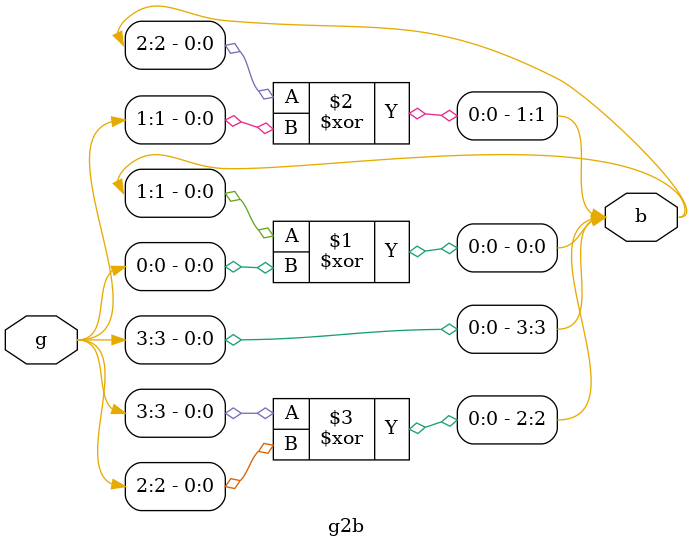
<source format=v>
module g2b(input [3:0]g,output [3:0]b);
  xor A1(b[0],b[1],g[0]); 
  xor A2(b[1],b[2],g[1]); 
  xor A3(b[2],b[3],g[2]);
  buf A4(b[3],g[3]);
endmodule

</source>
